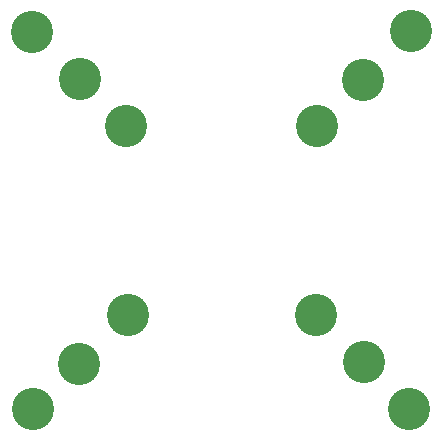
<source format=gbr>
G04 #@! TF.FileFunction,Soldermask,Bot*
%FSLAX46Y46*%
G04 Gerber Fmt 4.6, Leading zero omitted, Abs format (unit mm)*
G04 Created by KiCad (PCBNEW 4.0.6) date 05/08/17 07:30:41*
%MOMM*%
%LPD*%
G01*
G04 APERTURE LIST*
%ADD10C,0.100000*%
%ADD11C,2.940000*%
%ADD12C,3.575000*%
G04 APERTURE END LIST*
D10*
D11*
X71401300Y-116571300D03*
D12*
X71401300Y-116571300D03*
D11*
X47261300Y-116752300D03*
D12*
X47261300Y-116752300D03*
D11*
X71290300Y-92702300D03*
D12*
X71290300Y-92702300D03*
D11*
X47340300Y-92642300D03*
D12*
X47340300Y-92642300D03*
D11*
X67356300Y-112598300D03*
D12*
X67356300Y-112598300D03*
D11*
X51364300Y-112586300D03*
D12*
X51364300Y-112586300D03*
D11*
X67405300Y-96581300D03*
D12*
X67405300Y-96581300D03*
D11*
X51258300Y-96607300D03*
D12*
X51258300Y-96607300D03*
D11*
X43241300Y-88630300D03*
D12*
X43241300Y-88630300D03*
D11*
X43386300Y-120553300D03*
D12*
X43386300Y-120553300D03*
D11*
X75205300Y-120580300D03*
D12*
X75205300Y-120580300D03*
D11*
X75370300Y-88548300D03*
D12*
X75370300Y-88548300D03*
M02*

</source>
